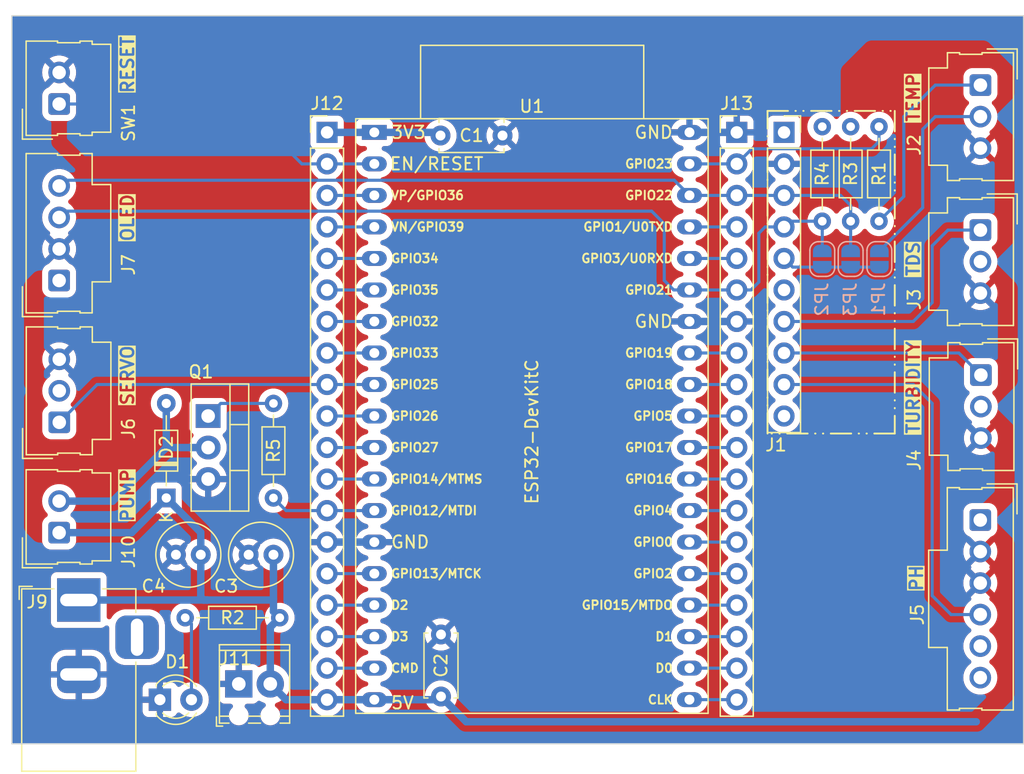
<source format=kicad_pcb>
(kicad_pcb (version 20221018) (generator pcbnew)
  (layers (0 "F.Cu" signal) (31 "B.Cu" signal) (34 "B.Paste" user) (35 "F.Paste" user) (36 "B.SilkS" user "B.Silkscreen") (37 "F.SilkS" user "F.Silkscreen") (38 "B.Mask" user) (39 "F.Mask" user) (44 "Edge.Cuts" user))
  (net 0 "")
  (net 1 "+3V3")
  (net 2 "GND")
  (net 3 "+5V")
  (net 4 "Net-(D1-A)")
  (net 5 "/PUMP_GND")
  (net 6 "/ADS1115_SCL")
  (net 7 "/ADS1115_SDA")
  (net 8 "/ADS1115_ADDR")
  (net 9 "/ADS1115_ALERT")
  (net 10 "/TDS_ANALOG")
  (net 11 "/TURBIDITY_ANALOG")
  (net 12 "/PH_ANALOG")
  (net 13 "/ADS1115_A3")
  (net 14 "/DS18B20_DIGITAL")
  (net 15 "/PH_DIGITAL")
  (net 16 "/PH_TEMP")
  (net 17 "Net-(Q1-G)")
  (net 18 "/PUMP_DIGITAL")
  (net 19 "/ESP_RESET")
  (net 20 "/ESP_GPIO36")
  (net 21 "/ESP_GPIO39")
  (net 22 "/ESP_GPIO01")
  (net 23 "/ESP_GPIO34")
  (net 24 "/ESP_GPIO03")
  (net 25 "/ESP_GPIO35")
  (net 26 "/ESP_GPIO32")
  (net 27 "/ESP_GPIO33")
  (net 28 "/ESP_GPIO25")
  (net 29 "/ESP_GPIO18")
  (net 30 "/ESP_GPIO26")
  (net 31 "/ESP_GPIO05")
  (net 32 "/ESP_GPIO27")
  (net 33 "/ESP_GPIO17")
  (net 34 "/ESP_GPIO14")
  (net 35 "/ESP_GPIO16")
  (net 36 "/ESP_GPIO04")
  (net 37 "/ESP_GPIO00")
  (net 38 "/ESP_GPIO13")
  (net 39 "/ESP_GPIO02")
  (net 40 "/ESP_GPIO09")
  (net 41 "/ESP_GPIO15")
  (net 42 "/ESP_GPIO10")
  (net 43 "/ESP_GPIO08")
  (net 44 "/ESP_CMD")
  (net 45 "/ESP_GPIO07")
  (net 46 "/ESP_GPIO06")
  (net 47 "/ESP_GPIO23")
  (net 49 "/ESP_GPIO19")
  (footprint "Resistor_THT:R_Axial_DIN0204_L3.6mm_D1.6mm_P7.62mm_Horizontal" (layer "F.Cu") (at 108.532 113.84 90)
    (fp_text reference "R4" (at 3.81 0 90) (layer "F.SilkS"))
    (fp_text value "4.7k")
    (pad "1" thru_hole circle (at 0 0 90) (size 1.4 1.4) (drill 0.7) (layers "*.Cu" "*.Mask") (net 7 "/ADS1115_SDA"))
    (pad "2" thru_hole oval (at 7.62 0 90) (size 1.4 1.4) (drill 0.7) (layers "*.Cu" "*.Mask") (net 3 "+5V"))
  )
  (footprint "Connector_Molex:Molex_SL_171971-0002_1x02_P2.54mm_Vertical" (layer "F.Cu") (at 47.03 138.938 90)
    (fp_text reference "J10" (at -1.524 5.588 90) (layer "F.SilkS"))
    (fp_text value "PUMP")
    (pad "1" thru_hole roundrect (at 0 0 90) (size 1.74 1.74) (drill 1.09) (layers "*.Cu" "*.Mask") (roundrect_rratio 0.143678) (net 3 "+5V"))
    (pad "2" thru_hole circle (at 2.54 0 90) (size 1.74 1.74) (drill 1.09) (layers "*.Cu" "*.Mask") (net 5 "/PUMP_GND"))
  )
  (footprint "Resistor_THT:R_Axial_DIN0204_L3.6mm_D1.6mm_P7.62mm_Horizontal" (layer "F.Cu") (at 64.302 128.524 -90)
    (fp_text reference "R5" (at 3.81 0 90) (layer "F.SilkS"))
    (fp_text value "1k")
    (pad "1" thru_hole circle (at 0 0 270) (size 1.4 1.4) (drill 0.7) (layers "*.Cu" "*.Mask") (net 17 "Net-(Q1-G)"))
    (pad "2" thru_hole oval (at 7.62 0 270) (size 1.4 1.4) (drill 0.7) (layers "*.Cu" "*.Mask") (net 18 "/PUMP_DIGITAL"))
  )
  (footprint "Connector_Molex:Molex_SL_171971-0004_1x04_P2.54mm_Vertical" (layer "F.Cu") (at 47.03 118.618 90)
    (fp_text reference "J7" (at 1.27 5.588 90) (layer "F.SilkS"))
    (fp_text value "OLED")
    (pad "1" thru_hole roundrect (at 0 0 90) (size 1.74 1.74) (drill 1.09) (layers "*.Cu" "*.Mask") (roundrect_rratio 0.143678) (net 3 "+5V"))
    (pad "2" thru_hole circle (at 2.54 0 90) (size 1.74 1.74) (drill 1.09) (layers "*.Cu" "*.Mask") (net 2 "GND"))
    (pad "3" thru_hole circle (at 5.08 0 90) (size 1.74 1.74) (drill 1.09) (layers "*.Cu" "*.Mask") (net 7 "/ADS1115_SDA"))
    (pad "4" thru_hole circle (at 7.62 0 90) (size 1.74 1.74) (drill 1.09) (layers "*.Cu" "*.Mask") (net 6 "/ADS1115_SCL"))
  )
  (footprint "Resistor_THT:R_Axial_DIN0204_L3.6mm_D1.6mm_P7.62mm_Horizontal" (layer "F.Cu") (at 57.19 145.796)
    (fp_text reference "R2" (at 3.81 0) (layer "F.SilkS"))
    (fp_text value "1.5k")
    (pad "1" thru_hole circle (at 0 0) (size 1.4 1.4) (drill 0.7) (layers "*.Cu" "*.Mask") (net 4 "Net-(D1-A)"))
    (pad "2" thru_hole oval (at 7.62 0) (size 1.4 1.4) (drill 0.7) (layers "*.Cu" "*.Mask") (net 3 "+5V"))
  )
  (footprint "Connector_Molex:Molex_SL_171971-0003_1x03_P2.54mm_Vertical" (layer "F.Cu") (at 121.316 126.238 -90)
    (fp_text reference "J4" (at 6.858 5.372 90) (layer "F.SilkS"))
    (fp_text value "TURBIDITY")
    (pad "1" thru_hole roundrect (at 0 0 270) (size 1.74 1.74) (drill 1.09) (layers "*.Cu" "*.Mask") (roundrect_rratio 0.143678) (net 11 "/TURBIDITY_ANALOG"))
    (pad "2" thru_hole circle (at 2.54 0 270) (size 1.74 1.74) (drill 1.09) (layers "*.Cu" "*.Mask") (net 3 "+5V"))
    (pad "3" thru_hole circle (at 5.08 0 270) (size 1.74 1.74) (drill 1.09) (layers "*.Cu" "*.Mask") (net 2 "GND"))
  )
  (footprint "Connector_PinHeader_2.54mm:PinHeader_1x19_P2.54mm_Vertical" (layer "F.Cu") (at 68.62 106.68)
    (fp_text reference "J12" (at 0 -2.33) (layer "F.SilkS"))
    (fp_text value "ESP_GPIO_LEFT")
    (pad "1" thru_hole rect (at 0 0) (size 1.7 1.7) (drill 1) (layers "*.Cu" "*.Mask") (net 1 "+3V3"))
    (pad "2" thru_hole oval (at 0 2.54) (size 1.7 1.7) (drill 1) (layers "*.Cu" "*.Mask") (net 19 "/ESP_RESET"))
    (pad "3" thru_hole oval (at 0 5.08) (size 1.7 1.7) (drill 1) (layers "*.Cu" "*.Mask") (net 20 "/ESP_GPIO36"))
    (pad "4" thru_hole oval (at 0 7.62) (size 1.7 1.7) (drill 1) (layers "*.Cu" "*.Mask") (net 21 "/ESP_GPIO39"))
    (pad "5" thru_hole oval (at 0 10.16) (size 1.7 1.7) (drill 1) (layers "*.Cu" "*.Mask") (net 23 "/ESP_GPIO34"))
    (pad "6" thru_hole oval (at 0 12.7) (size 1.7 1.7) (drill 1) (layers "*.Cu" "*.Mask") (net 25 "/ESP_GPIO35"))
    (pad "7" thru_hole oval (at 0 15.24) (size 1.7 1.7) (drill 1) (layers "*.Cu" "*.Mask") (net 26 "/ESP_GPIO32"))
    (pad "8" thru_hole oval (at 0 17.78) (size 1.7 1.7) (drill 1) (layers "*.Cu" "*.Mask") (net 27 "/ESP_GPIO33"))
    (pad "9" thru_hole oval (at 0 20.32) (size 1.7 1.7) (drill 1) (layers "*.Cu" "*.Mask") (net 28 "/ESP_GPIO25"))
    (pad "10" thru_hole oval (at 0 22.86) (size 1.7 1.7) (drill 1) (layers "*.Cu" "*.Mask") (net 30 "/ESP_GPIO26"))
    (pad "11" thru_hole oval (at 0 25.4) (size 1.7 1.7) (drill 1) (layers "*.Cu" "*.Mask") (net 32 "/ESP_GPIO27"))
    (pad "12" thru_hole oval (at 0 27.94) (size 1.7 1.7) (drill 1) (layers "*.Cu" "*.Mask") (net 34 "/ESP_GPIO14"))
    (pad "13" thru_hole oval (at 0 30.48) (size 1.7 1.7) (drill 1) (layers "*.Cu" "*.Mask") (net 18 "/PUMP_DIGITAL"))
    (pad "14" thru_hole oval (at 0 33.02) (size 1.7 1.7) (drill 1) (layers "*.Cu" "*.Mask") (net 2 "GND"))
    (pad "15" thru_hole oval (at 0 35.56) (size 1.7 1.7) (drill 1) (layers "*.Cu" "*.Mask") (net 38 "/ESP_GPIO13"))
    (pad "16" thru_hole oval (at 0 38.1) (size 1.7 1.7) (drill 1) (layers "*.Cu" "*.Mask") (net 40 "/ESP_GPIO09"))
    (pad "17" thru_hole oval (at 0 40.64) (size 1.7 1.7) (drill 1) (layers "*.Cu" "*.Mask") (net 42 "/ESP_GPIO10"))
    (pad "18" thru_hole oval (at 0 43.18) (size 1.7 1.7) (drill 1) (layers "*.Cu" "*.Mask") (net 44 "/ESP_CMD"))
    (pad "19" thru_hole oval (at 0 45.72) (size 1.7 1.7) (drill 1) (layers "*.Cu" "*.Mask") (net 3 "+5V"))
  )
  (footprint "Resistor_THT:R_Axial_DIN0204_L3.6mm_D1.6mm_P7.62mm_Horizontal" (layer "F.Cu") (at 113.104 106.22 -90)
    (fp_text reference "R1" (at 3.81 0 90) (layer "F.SilkS"))
    (fp_text value "4.7k")
    (pad "1" thru_hole circle (at 0 0 270) (size 1.4 1.4) (drill 0.7) (layers "*.Cu" "*.Mask") (net 47 "/ESP_GPIO23"))
    (pad "2" thru_hole oval (at 7.62 0 270) (size 1.4 1.4) (drill 0.7) (layers "*.Cu" "*.Mask") (net 14 "/DS18B20_DIGITAL"))
  )
  (footprint "Package_TO_SOT_THT:TO-220-3_Vertical" (layer "F.Cu") (at 59.039 129.54 -90)
    (fp_text reference "Q1" (at -3.556 0.579 -180) (layer "F.SilkS"))
    (fp_text value "IRF520")
    (pad "1" thru_hole rect (at 0 0 270) (size 1.905 2) (drill 1.1) (layers "*.Cu" "*.Mask") (net 17 "Net-(Q1-G)"))
    (pad "2" thru_hole oval (at 2.54 0 270) (size 1.905 2) (drill 1.1) (layers "*.Cu" "*.Mask") (net 5 "/PUMP_GND"))
    (pad "3" thru_hole oval (at 5.08 0 270) (size 1.905 2) (drill 1.1) (layers "*.Cu" "*.Mask") (net 2 "GND"))
  )
  (footprint "Connector_Molex:Molex_SL_171971-0006_1x06_P2.54mm_Vertical" (layer "F.Cu") (at 121.266 137.922 -90)
    (fp_text reference "J5" (at 7.62 5.068 90) (layer "F.SilkS"))
    (fp_text value "pH")
    (pad "1" thru_hole roundrect (at 0 0 270) (size 1.74 1.74) (drill 1.09) (layers "*.Cu" "*.Mask") (roundrect_rratio 0.143678) (net 3 "+5V"))
    (pad "2" thru_hole circle (at 2.54 0 270) (size 1.74 1.74) (drill 1.09) (layers "*.Cu" "*.Mask") (net 2 "GND"))
    (pad "3" thru_hole circle (at 5.08 0 270) (size 1.74 1.74) (drill 1.09) (layers "*.Cu" "*.Mask") (net 2 "GND"))
    (pad "4" thru_hole circle (at 7.62 0 270) (size 1.74 1.74) (drill 1.09) (layers "*.Cu" "*.Mask") (net 12 "/PH_ANALOG"))
    (pad "5" thru_hole circle (at 10.16 0 270) (size 1.74 1.74) (drill 1.09) (layers "*.Cu" "*.Mask") (net 15 "/PH_DIGITAL"))
    (pad "6" thru_hole circle (at 12.7 0 270) (size 1.74 1.74) (drill 1.09) (layers "*.Cu" "*.Mask") (net 16 "/PH_TEMP"))
  )
  (footprint "Diode_THT:D_DO-34_SOD68_P7.62mm_Horizontal" (layer "F.Cu") (at 55.666 136.144 90)
    (fp_text reference "D2" (at 4.069 0 90) (layer "F.SilkS"))
    (fp_text value "IN4004")
    (fp_text user "K" (at -1.519 0 90) (layer "F.SilkS"))
    (pad "1" thru_hole rect (at 0 0 90) (size 1.5 1.5) (drill 0.75) (layers "*.Cu" "*.Mask") (net 3 "+5V"))
    (pad "2" thru_hole oval (at 7.62 0 90) (size 1.5 1.5) (drill 0.75) (layers "*.Cu" "*.Mask") (net 5 "/PUMP_GND"))
  )
  (footprint "LED_THT:LED_D3.0mm" (layer "F.Cu") (at 55.153 152.4)
    (fp_text reference "D1" (at 1.397 -3.048) (layer "F.SilkS"))
    (fp_text value "Red")
    (pad "1" thru_hole rect (at 0 0) (size 1.8 1.8) (drill 0.9) (layers "*.Cu" "*.Mask") (net 2 "GND"))
    (pad "2" thru_hole circle (at 2.54 0) (size 1.8 1.8) (drill 0.9) (layers "*.Cu" "*.Mask") (net 4 "Net-(D1-A)"))
  )
  (footprint "Connector_PinHeader_2.54mm:PinHeader_1x19_P2.54mm_Vertical" (layer "F.Cu") (at 101.64 106.68)
    (fp_text reference "J13" (at 0 -2.33) (layer "F.SilkS"))
    (fp_text value "ESP_GPIO_RIGHT")
    (pad "1" thru_hole rect (at 0 0) (size 1.7 1.7) (drill 1) (layers "*.Cu" "*.Mask") (net 2 "GND"))
    (pad "2" thru_hole oval (at 0 2.54) (size 1.7 1.7) (drill 1) (layers "*.Cu" "*.Mask") (net 47 "/ESP_GPIO23"))
    (pad "3" thru_hole oval (at 0 5.08) (size 1.7 1.7) (drill 1) (layers "*.Cu" "*.Mask") (net 6 "/ADS1115_SCL"))
    (pad "4" thru_hole oval (at 0 7.62) (size 1.7 1.7) (drill 1) (layers "*.Cu" "*.Mask") (net 22 "/ESP_GPIO01"))
    (pad "5" thru_hole oval (at 0 10.16) (size 1.7 1.7) (drill 1) (layers "*.Cu" "*.Mask") (net 24 "/ESP_GPIO03"))
    (pad "6" thru_hole oval (at 0 12.7) (size 1.7 1.7) (drill 1) (layers "*.Cu" "*.Mask") (net 7 "/ADS1115_SDA"))
    (pad "7" thru_hole oval (at 0 15.24) (size 1.7 1.7) (drill 1) (layers "*.Cu" "*.Mask") (net 2 "GND"))
    (pad "8" thru_hole oval (at 0 17.78) (size 1.7 1.7) (drill 1) (layers "*.Cu" "*.Mask") (net 49 "/ESP_GPIO19"))
    (pad "9" thru_hole oval (at 0 20.32) (size 1.7 1.7) (drill 1) (layers "*.Cu" "*.Mask") (net 29 "/ESP_GPIO18"))
    (pad "10" thru_hole oval (at 0 22.86) (size 1.7 1.7) (drill 1) (layers "*.Cu" "*.Mask") (net 31 "/ESP_GPIO05"))
    (pad "11" thru_hole oval (at 0 25.4) (size 1.7 1.7) (drill 1) (layers "*.Cu" "*.Mask") (net 33 "/ESP_GPIO17"))
    (pad "12" thru_hole oval (at 0 27.94) (size 1.7 1.7) (drill 1) (layers "*.Cu" "*.Mask") (net 35 "/ESP_GPIO16"))
    (pad "13" thru_hole oval (at 0 30.48) (size 1.7 1.7) (drill 1) (layers "*.Cu" "*.Mask") (net 36 "/ESP_GPIO04"))
    (pad "14" thru_hole oval (at 0 33.02) (size 1.7 1.7) (drill 1) (layers "*.Cu" "*.Mask") (net 37 "/ESP_GPIO00"))
    (pad "15" thru_hole oval (at 0 35.56) (size 1.7 1.7) (drill 1) (layers "*.Cu" "*.Mask") (net 39 "/ESP_GPIO02"))
    (pad "16" thru_hole oval (at 0 38.1) (size 1.7 1.7) (drill 1) (layers "*.Cu" "*.Mask") (net 41 "/ESP_GPIO15"))
    (pad "17" thru_hole oval (at 0 40.64) (size 1.7 1.7) (drill 1) (layers "*.Cu" "*.Mask") (net 43 "/ESP_GPIO08"))
    (pad "18" thru_hole oval (at 0 43.18) (size 1.7 1.7) (drill 1) (layers "*.Cu" "*.Mask") (net 45 "/ESP_GPIO07"))
    (pad "19" thru_hole oval (at 0 45.72) (size 1.7 1.7) (drill 1) (layers "*.Cu" "*.Mask") (net 46 "/ESP_GPIO06"))
  )
  (footprint "Resistor_THT:R_Axial_DIN0204_L3.6mm_D1.6mm_P7.62mm_Horizontal" (layer "F.Cu") (at 110.818 113.84 90)
    (fp_text reference "R3" (at 3.81 0 90) (layer "F.SilkS"))
    (fp_text value "4.7k")
    (pad "1" thru_hole circle (at 0 0 90) (size 1.4 1.4) (drill 0.7) (layers "*.Cu" "*.Mask") (net 6 "/ADS1115_SCL"))
    (pad "2" thru_hole oval (at 7.62 0 90) (size 1.4 1.4) (drill 0.7) (layers "*.Cu" "*.Mask") (net 3 "+5V"))
  )
  (footprint "Connector_PinSocket_2.54mm:PinSocket_1x10_P2.54mm_Vertical" (layer "F.Cu") (at 105.45 106.68)
    (fp_text reference "J1" (at -0.648 25.194) (layer "F.SilkS"))
    (fp_text value "ADS1115")
    (pad "1" thru_hole rect (at 0 0) (size 1.7 1.7) (drill 1) (layers "*.Cu" "*.Mask") (net 3 "+5V"))
    (pad "2" thru_hole oval (at 0 2.54) (size 1.7 1.7) (drill 1) (layers "*.Cu" "*.Mask") (net 2 "GND"))
    (pad "3" thru_hole oval (at 0 5.08) (size 1.7 1.7) (drill 1) (layers "*.Cu" "*.Mask") (net 6 "/ADS1115_SCL"))
    (pad "4" thru_hole oval (at 0 7.62) (size 1.7 1.7) (drill 1) (layers "*.Cu" "*.Mask") (net 7 "/ADS1115_SDA"))
    (pad "5" thru_hole oval (at 0 10.16) (size 1.7 1.7) (drill 1) (layers "*.Cu" "*.Mask") (net 8 "/ADS1115_ADDR"))
    (pad "6" thru_hole oval (at 0 12.7) (size 1.7 1.7) (drill 1) (layers "*.Cu" "*.Mask") (net 9 "/ADS1115_ALERT"))
    (pad "7" thru_hole oval (at 0 15.24) (size 1.7 1.7) (drill 1) (layers "*.Cu" "*.Mask") (net 10 "/TDS_ANALOG"))
    (pad "8" thru_hole oval (at 0 17.78) (size 1.7 1.7) (drill 1) (layers "*.Cu" "*.Mask") (net 11 "/TURBIDITY_ANALOG"))
    (pad "9" thru_hole oval (at 0 20.32) (size 1.7 1.7) (drill 1) (layers "*.Cu" "*.Mask") (net 12 "/PH_ANALOG"))
    (pad "10" thru_hole oval (at 0 22.86) (size 1.7 1.7) (drill 1) (layers "*.Cu" "*.Mask") (net 13 "/ADS1115_A3"))
  )
  (footprint "Capacitor_THT:C_Radial_D5.0mm_H11.0mm_P2.00mm" (layer "F.Cu") (at 64.302 140.716 180)
    (fp_text reference "C3" (at 3.81 -2.54) (layer "F.SilkS"))
    (fp_text value "47u")
    (pad "1" thru_hole circle (at 0 0 180) (size 1.6 1.6) (drill 0.8) (layers "*.Cu" "*.Mask") (net 3 "+5V"))
    (pad "2" thru_hole circle (at 2 0 180) (size 1.6 1.6) (drill 0.8) (layers "*.Cu" "*.Mask") (net 2 "GND"))
  )
  (footprint "Connector_BarrelJack:BarrelJack_Horizontal" (layer "F.Cu") (at 48.6125 144.368 90)
    (fp_text reference "J9" (at -0.158 -3.3605 180) (layer "F.SilkS"))
    (fp_text value "Barrel_Jack_Switch")
    (pad "1" thru_hole rect (at 0 0 90) (size 3.5 3.5) (drill oval 1 3) (layers "*.Cu" "*.Mask") (net 3 "+5V"))
    (pad "2" thru_hole roundrect (at -6 0 90) (size 3 3.5) (drill oval 1 3) (layers "*.Cu" "*.Mask") (net 2 "GND"))
    (pad "3" thru_hole roundrect (at -3 4.7 90) (size 3.5 3.5) (drill oval 3 1) (layers "*.Cu" "*.Mask"))
  )
  (footprint "Capacitor_THT:C_Radial_D5.0mm_H11.0mm_P2.00mm" (layer "F.Cu") (at 58.444 140.716 180)
    (fp_text reference "C4" (at 3.794 -2.54) (layer "F.SilkS"))
    (fp_text value "47u")
    (pad "1" thru_hole circle (at 0 0 180) (size 1.6 1.6) (drill 0.8) (layers "*.Cu" "*.Mask") (net 3 "+5V"))
    (pad "2" thru_hole circle (at 2 0 180) (size 1.6 1.6) (drill 0.8) (layers "*.Cu" "*.Mask") (net 2 "GND"))
  )
  (footprint "Connector_Molex:Molex_SL_171971-0002_1x02_P2.54mm_Vertical" (layer "F.Cu") (at 47.03 104.394 90)
    (fp_text reference "SW1" (at -1.524 5.588 90) (layer "F.SilkS"))
    (fp_text value "ESP_EN_JP")
    (pad "1" thru_hole circle (at 2.54 0 90) (size 1.74 1.74) (drill 1.09) (layers "*.Cu" "*.Mask") (net 2 "GND"))
    (pad "2" thru_hole roundrect (at 0 0 90) (size 1.74 1.74) (drill 1.09) (layers "*.Cu" "*.Mask") (roundrect_rratio 0.143678) (net 19 "/ESP_RESET"))
  )
  (footprint "PCM_Espressif:ESP32-DevKitC" (layer "F.Cu") (at 72.43 106.68)
    (fp_text reference "U1" (at 12.7 -2.1) (layer "F.SilkS"))
    (fp_text value "ESP32-DevKitC" (at 12.7 24.13 90) (layer "F.SilkS"))
    (fp_text user "EN/RESET" (at 8.88632 2.53728 unlocked) (layer "F.SilkS") (effects (justify right)))
    (fp_text user "VN/GPIO39" (at 1.27 7.62 unlocked) (layer "F.SilkS") (effects (font (size 0.7 0.7)) (justify left)))
    (fp_text user "VP/GPIO36" (at 1.27 5.08 unlocked) (layer "F.SilkS") (effects (font (size 0.7 0.7)) (justify left)))
    (fp_text user "GPIO35" (at 1.27 12.7 unlocked) (layer "F.SilkS") (effects (font (size 0.7 0.7)) (justify left)))
    (fp_text user "3V3" (at 1.27 0 unlocked) (layer "F.SilkS") (effects (justify left)))
    (fp_text user "GPIO17" (at 24.13 25.4 unlocked) (layer "F.SilkS") (effects (font (size 0.7 0.7)) (justify right)))
    (fp_text user "GPIO13/MTCK" (at 1.27 35.56 unlocked) (layer "F.SilkS") (effects (font (size 0.7 0.7)) (justify left)))
    (fp_text user "GPIO27" (at 1.27 25.4 unlocked) (layer "F.SilkS") (effects (font (size 0.7 0.7)) (justify left)))
    (fp_text user "GPIO26" (at 1.27 22.86 unlocked) (layer "F.SilkS") (effects (font (size 0.7 0.7)) (justify left)))
    (fp_text user "GND" (at 24.13 15.24 unlocked) (layer "F.SilkS") (effects (justify right)))
    (fp_text user "5V" (at 1.26632 45.97128 unlocked) (layer "F.SilkS") (effects (justify left)))
    (fp_text user "GPIO5" (at 24.13 22.86 unlocked) (layer "F.SilkS") (effects (font (size 0.7 0.7)) (justify right)))
    (fp_text user "GPIO14/MTMS" (at 1.27 27.94 unlocked) (layer "F.SilkS") (effects (font (size 0.7 0.7)) (justify left)))
    (fp_text user "GPIO25" (at 1.27 20.32 unlocked) (layer "F.SilkS") (effects (font (size 0.7 0.7)) (justify left)))
    (fp_text user "CMD" (at 1.27 43.18 unlocked) (layer "F.SilkS") (effects (font (size 0.7 0.7)) (justify left)))
    (fp_text user "GPIO19" (at 24.13 17.78 unlocked) (layer "F.SilkS") (effects (font (size 0.7 0.7)) (justify right)))
    (fp_text user "D2" (at 1.27 38.1 unlocked) (layer "F.SilkS") (effects (font (size 0.7 0.7)) (justify left)))
    (fp_text user "GPIO1/U0TXD" (at 24.13 7.62 unlocked) (layer "F.SilkS") (effects (font (size 0.7 0.7)) (justify right)))
    (fp_text user "GPIO4" (at 24.13 30.48 unlocked) (layer "F.SilkS") (effects (font (size 0.7 0.7)) (justify right)))
    (fp_text user "D3" (at 1.27 40.64 unlocked) (layer "F.SilkS") (effects (font (size 0.7 0.7)) (justify left)))
    (fp_text user "GPIO34" (at 1.27 10.16 unlocked) (layer "F.SilkS") (effects (font (size 0.7 0.7)) (justify left)))
    (fp_text user "D0" (at 24.13 43.18 unlocked) (layer "F.SilkS") (effects (font (size 0.7 0.7)) (justify right)))
    (fp_text user "GPIO0" (at 24.13 33.02 unlocked) (layer "F.SilkS") (effects (font (size 0.7 0.7)) (justify right)))
    (fp_text user "GND" (at 24.13 0 unlocked) (layer "F.SilkS") (effects (justify right)))
    (fp_text user "GPIO21" (at 24.13 12.7 unlocked) (layer "F.SilkS") (effects (font (size 0.7 0.7)) (justify right)))
    (fp_text user "GPIO33" (at 1.27 17.78 unlocked) (layer "F.SilkS") (effects (font (size 0.7 0.7)) (justify left)))
    (fp_text user "CLK" (at 24.13 45.72 unlocked) (layer "F.SilkS") (effects (font (size 0.7 0.7)) (justify right)))
    (fp_text user "GPIO3/U0RXD" (at 24.13 10.16 unlocked) (layer "F.SilkS") (effects (font (size 0.7 0.7)) (justify right)))
    (fp_text user "GPIO12/MTDI" (at 1.27 30.48 unlocked) (layer "F.SilkS") (effects (font (size 0.7 0.7)) (justify left)))
    (fp_text user "GPIO32" (at 1.27 15.24 unlocked) (layer "F.SilkS") (effects (font (size 0.7 0.7)) (justify left)))
    (fp_text user "D1" (at 24.13 40.64 unlocked) (layer "F.SilkS") (effects (font (size 0.7 0.7)) (justify right)))
    (fp_text user "GPIO23" (at 24.13 2.54 unlocked) (layer "F.SilkS") (effects (font (size 0.7 0.7)) (justify right)))
    (fp_text user "GPIO15/MTDO" (at 24.13 38.1 unlocked) (layer "F.SilkS") (effects (font (size 0.7 0.7)) (justify right)))
    (fp_text user "GPIO2" (at 24.13 35.56 unlocked) (layer "F.SilkS") (effects (font (size 0.7 0.7)) (justify right)))
    (fp_text user "GPIO18" (at 24.13 20.32 unlocked) (layer "F.SilkS") (effects (font (size 0.7 0.7)) (justify right)))
    (fp_text user "GPIO22" (at 24.13 5.08 unlocked) (layer "F.SilkS") (effects (font (size 0.7 0.7)) (justify right)))
    (fp_text user "GPIO16" (at 24.13 27.94 unlocked) (layer "F.SilkS") (effects (font (size 0.7 0.7)) (justify right)))
    (fp_text user "GND" (at 1.27 33.02 unlocked) (layer "F.SilkS") (effects (justify left)))
    (pad "1" thru_hole rect (at 0 0 270) (size 1.2 2) (drill 0.8) (layers "*.Cu" "*.Mask") (net 1 "+3V3"))
    (pad "2" thru_hole oval (at 0 2.54 270) (size 1.2 2) (drill 0.8) (layers "*.Cu" "*.Mask") (net 19 "/ESP_RESET"))
    (pad "3" thru_hole oval (at 0 5.08 270) (size 1.2 2) (drill 0.8) (layers "*.Cu" "*.Mask") (net 20 "/ESP_GPIO36"))
    (pad "4" thru_hole oval (at 0 7.62 270) (size 1.2 2) (drill 0.8) (layers "*.Cu" "*.Mask") (net 21 "/ESP_GPIO39"))
    (pad "5" thru_hole oval (at 0 10.16 270) (size 1.2 2) (drill 0.8) (layers "*.Cu" "*.Mask") (net 23 "/ESP_GPIO34"))
    (pad "6" thru_hole oval (at 0 12.7 270) (size 1.2 2) (drill 0.8) (layers "*.Cu" "*.Mask") (net 25 "/ESP_GPIO35"))
    (pad "7" thru_hole oval (at 0 15.24 270) (size 1.2 2) (drill 0.8) (layers "*.Cu" "*.Mask") (net 26 "/ESP_GPIO32"))
    (pad "8" thru_hole oval (at 0 17.78 270) (size 1.2 2) (drill 0.8) (layers "*.Cu" "*.Mask") (net 27 "/ESP_GPIO33"))
    (pad "9" thru_hole oval (at 0 20.32 270) (size 1.2 2) (drill 0.8) (layers "*.Cu" "*.Mask") (net 28 "/ESP_GPIO25"))
    (pad "10" thru_hole oval (at 0 22.86 270) (size 1.2 2) (drill 0.8) (layers "*.Cu" "*.Mask") (net 30 "/ESP_GPIO26"))
    (pad "11" thru_hole oval (at 0 25.4 270) (size 1.2 2) (drill 0.8) (layers "*.Cu" "*.Mask") (net 32 "/ESP_GPIO27"))
    (pad "12" thru_hole oval (at 0 27.94 270) (size 1.2 2) (drill 0.8) (layers "*.Cu" "*.Mask") (net 34 "/ESP_GPIO14"))
    (pad "13" thru_hole oval (at 0 30.48 270) (size 1.2 2) (drill 0.8) (layers "*.Cu" "*.Mask") (net 18 "/PUMP_DIGITAL"))
    (pad "14" thru_hole oval (at 0 33.02 270) (size 1.2 2) (drill 0.8) (layers "*.Cu" "*.Mask") (net 2 "GND"))
    (pad "15" thru_hole oval (at 0 35.56 270) (size 1.2 2) (drill 0.8) (layers "*.Cu" "*.Mask") (net 38 "/ESP_GPIO13"))
    (pad "16" thru_hole oval (at 0 38.1 270) (size 1.2 2) (drill 0.8) (layers "*.Cu" "*.Mask") (net 40 "/ESP_GPIO09"))
    (pad "17" thru_hole oval (at 0 40.64 270) (size 1.2 2) (drill 0.8) (layers "*.Cu" "*.Mask") (net 42 "/ESP_GPIO10"))
    (pad "18" thru_hole oval (at 0 43.18 270) (size 1.2 2) (drill 0.8) (layers "*.Cu" "*.Mask") (net 44 "/ESP_CMD"))
    (pad "19" thru_hole oval (at 0 45.72 270) (size 1.2 2) (drill 0.8) (layers "*.Cu" "*.Mask") (net 3 "+5V"))
    (pad "20" thru_hole oval (at 25.39632 45.71728 270) (size 1.2 2) (drill 0.8) (layers "*.Cu" "*.Mask") (net 46 "/ESP_GPIO06"))
    (pad "21" thru_hole oval (at 25.39632 43.17728 270) (size 1.2 2) (drill 0.8) (layers "*.Cu" "*.Mask") (net 45 "/ESP_GPIO07"))
    (pad "22" thru_hole oval (at 25.4 40.64 270) (size 1.2 2) (drill 0.8) (layers "*.Cu" "*.Mask") (net 43 "/ESP_GPIO08"))
    (pad "23" thru_hole oval (at 25.4 38.1 270) (size 1.2 2) (drill 0.8) (layers "*.Cu" "*.Mask") (net 41 "/ESP_GPIO15"))
    (pad "24" thru_hole oval (at 25.4 35.56 270) (size 1.2 2) (drill 0.8) (layers "*.Cu" "*.Mask") (net 39 "/ESP_GPIO02"))
    (pad "25" thru_hole oval (at 25.4 33.02 270) (size 1.2 2) (drill 0.8) (layers "*.Cu" "*.Mask") (net 37 "/ESP_GPIO00"))
    (pad "26" thru_hole oval (at 25.4 30.48 270) (size 1.2 2) (drill 0.8) (layers "*.Cu" "*.Mask") (net 36 "/ESP_GPIO04"))
    (pad "27" thru_hole oval (at 25.4 27.94 270) (size 1.2 2) (drill 0.8) (layers "*.Cu" "*.Mask") (net 35 "/ESP_GPIO16"))
    (pad "28" thru_hole oval (at 25.4 25.4 270) (size 1.2 2) (drill 0.8) (layers "*.Cu" "*.Mask") (net 33 "/ESP_GPIO17"))
    (pad "29" thru_hole oval (at 25.4 22.86 270) (size 1.2 2) (drill 0.8) (layers "*.Cu" "*.Mask") (net 31 "/ESP_GPIO05"))
    (pad "30" thru_hole oval (at 25.4 20.32 270) (size 1.2 2) (drill 0.8) (layers "*.Cu" "*.Mask") (net 29 "/ESP_GPIO18"))
    (pad "31" thru_hole oval (at 25.4 17.78 270) (size 1.2 2) (drill 0.8) (layers "*.Cu" "*.Mask") (net 49 "/ESP_GPIO19"))
    (pad "32" thru_hole oval (at 25.4 15.24 270) (size 1.2 2) (drill 0.8) (layers "*.Cu" "*.Mask") (net 2 "GND"))
    (pad "33" thru_hole oval (at 25.4 12.7 270) (size 1.2 2) (drill 0.8) (layers "*.Cu" "*.Mask") (net 7 "/ADS1115_SDA"))
    (pad "34" thru_hole oval (at 25.4 10.16 270) (size 1.2 2) (drill 0.8) (layers "*.Cu" "*.Mask") (net 24 "/ESP_GPIO03"))
    (pad "35" thru_hole oval (at 25.4 7.62 270) (size 1.2 2) (drill 0.8) (layers "*.Cu" "*.Mask") (net 22 "/ESP_GPIO01"))
    (pad "36" thru_hole oval (at 25.4 5.08 270) (size 1.2 2) (drill 0.8) (layers "*.Cu" "*.Mask") (net 6 "/ADS1115_SCL"))
    (pad "37" thru_hole oval (at 25.4 2.54 270) (size 1.2 2) (drill 0.8) (layers "*.Cu" "*.Mask") (net 47 "/ESP_GPIO23"))
    (pad "38" thru_hole oval (at 25.4 0 270) (size 1.2 2) (drill 0.8) (layers "*.Cu" "*.Mask") (net 2 "GND"))
  )
  (footprint "TerminalBlock_Phoenix:TerminalBlock_Phoenix_MPT-0,5-2-2.54_1x02_P2.54mm_Horizontal" (layer "F.Cu") (at 61.508 151.13)
    (fp_text reference "J11" (at -0.254 -2.032) (layer "F.SilkS"))
    (fp_text value "DC_IN_TERMINAL")
    (pad "" np_thru_hole circle (at 0 2.54) (size 1.1 1.1) (drill 1.1) (layers "*.Cu" "*.Mask"))
    (pad "" np_thru_hole circle (at 2.54 2.54) (size 1.1 1.1) (drill 1.1) (layers "*.Cu" "*.Mask"))
    (pad "1" thru_hole circle (at 2.54 0) (size 2.2 2.2) (drill 1.1) (layers "*.Cu" "*.Mask") (net 3 "+5V"))
    (pad "2" thru_hole rect (at 0 0) (size 2.2 2.2) (drill 1.1) (layers "*.Cu" "*.Mask") (net 2 "GND"))
  )
  (footprint "Connector_Molex:Molex_SL_171971-0003_1x03_P2.54mm_Vertical" (layer "F.Cu") (at 47.042 130.048 90)
    (fp_text reference "J6" (at -0.508 5.576 90) (layer "F.SilkS"))
    (fp_text value "SERVO")
    (pad "1" thru_hole roundrect (at 0 0 90) (size 1.74 1.74) (drill 1.09) (layers "*.Cu" "*.Mask") (roundrect_rratio 0.143678) (net 28 "/ESP_GPIO25"))
    (pad "2" thru_hole circle (at 2.54 0 90) (size 1.74 1.74) (drill 1.09) (layers "*.Cu" "*.Mask") (net 3 "+5V"))
    (pad "3" thru_hole circle (at 5.08 0 90) (size 1.74 1.74) (drill 1.09) (layers "*.Cu" "*.Mask") (net 2 "GND"))
  )
  (footprint "Connector_Molex:Molex_SL_171971-0003_1x03_P2.54mm_Vertical" (layer "F.Cu") (at 121.278 114.554 -90)
    (fp_text reference "J3" (at 5.588 5.334 90) (layer "F.SilkS"))
    (fp_text value "TDS")
    (pad "1" thru_hole roundrect (at 0 0 270) (size 1.74 1.74) (drill 1.09) (layers "*.Cu" "*.Mask") (roundrect_rratio 0.143678) (net 10 "/TDS_ANALOG"))
    (pad "2" thru_hole circle (at 2.54 0 270) (size 1.74 1.74) (drill 1.09) (layers "*.Cu" "*.Mask") (net 3 "+5V"))
    (pad "3" thru_hole circle (at 5.08 0 270) (size 1.74 1.74) (drill 1.09) (layers "*.Cu" "*.Mask") (net 2 "GND"))
  )
  (footprint "Capacitor_THT:C_Disc_D5.0mm_W2.5mm_P5.00mm" (layer "F.Cu") (at 77.764 106.934)
    (fp_text reference "C1" (at 2.5 0) (layer "F.SilkS"))
    (fp_text value "100n")
    (pad "1" thru_hole circle (at 0 0) (size 1.6 1.6) (drill 0.8) (layers "*.Cu" "*.Mask") (net 1 "+3V3"))
    (pad "2" thru_hole circle (at 5 0) (size 1.6 1.6) (drill 0.8) (layers "*.Cu" "*.Mask") (net 2 "GND"))
  )
  (footprint "Capacitor_THT:C_Disc_D5.0mm_W2.5mm_P5.00mm" (layer "F.Cu") (at 77.804 152.146 90)
    (fp_text reference "C2" (at 2.5 0 90) (layer "F.SilkS"))
    (fp_text value "100n")
    (pad "1" thru_hole circle (at 0 0 90) (size 1.6 1.6) (drill 0.8) (layers "*.Cu" "*.Mask") (net 3 "+5V"))
    (pad "2" thru_hole circle (at 5 0 90) (size 1.6 1.6) (drill 0.8) (layers "*.Cu" "*.Mask") (net 2 "GND"))
  )
  (footprint "Connector_Molex:Molex_SL_171971-0003_1x03_P2.54mm_Vertical" (layer "F.Cu") (at 121.278 102.87 -90)
    (fp_text reference "J2" (at 4.826 5.334 90) (layer "F.SilkS"))
    (fp_text value "DS18B20")
    (pad "1" thru_hole roundrect (at 0 0 270) (size 1.74 1.74) (drill 1.09) (layers "*.Cu" "*.Mask") (roundrect_rratio 0.143678) (net 14 "/DS18B20_DIGITAL"))
    (pad "2" thru_hole circle (at 2.54 0 270) (size 1.74 1.74) (drill 1.09) (layers "*.Cu" "*.Mask") (net 3 "+5V"))
    (pad "3" thru_hole circle (at 5.08 0 270) (size 1.74 1.74) (drill 1.09) (layers "*.Cu" "*.Mask") (net 2 "GND"))
  )
  (footprint "Jumper:SolderJumper-2_P1.3mm_Open_RoundedPad1.0x1.5mm" (layer "B.Cu") (at 108.532 116.888 90)
    (fp_text reference "JP2" (at -3.254 -0.034 90) (layer "B.SilkS") (effects (justify mirror)))
    (fp_text value "ADS1115_ADDR_SDA")
    (pad "1" smd custom (at -0.65 0 90) (size 1 0.5) (layers "B.Cu" "B.Mask") (net 8 "/ADS1115_ADDR") (options (clearance outline) (anchor rect)) (primitives (gr_circle (center 0 -0.25) (end 0.5 -0.25) (width 0) (fill yes)) (gr_circle (center 0 0.25) (end 0.5 0.25) (width 0) (fill yes)) (gr_poly (pts (xy 0.5 -0.75) (xy 0 -0.75) (xy 0 0.75) (xy 0.5 0.75)) (width 0) (fill yes))))
    (pad "2" smd custom (at 0.65 0 90) (size 1 0.5) (layers "B.Cu" "B.Mask") (net 7 "/ADS1115_SDA") (options (clearance outline) (anchor rect)) (primitives (gr_circle (center 0 -0.25) (end 0.5 -0.25) (width 0) (fill yes)) (gr_circle (center 0 0.25) (end 0.5 0.25) (width 0) (fill yes)) (gr_poly (pts (xy 0 -0.75) (xy -0.5 -0.75) (xy -0.5 0.75) (xy 0 0.75)) (width 0) (fill yes))))
  )
  (footprint "Jumper:SolderJumper-2_P1.3mm_Open_RoundedPad1.0x1.5mm" (layer "B.Cu") (at 113.134 116.888 90)
    (fp_text reference "JP1" (at -3.254 -0.064 90) (layer "B.SilkS") (effects (justify mirror)))
    (fp_text value "ADS1115_ADDR_5V")
    (pad "1" smd custom (at -0.65 0 90) (size 1 0.5) (layers "B.Cu" "B.Mask") (net 8 "/ADS1115_ADDR") (options (clearance outline) (anchor rect)) (primitives (gr_circle (center 0 -0.25) (end 0.5 -0.25) (width 0) (fill yes)) (gr_circle (center 0 0.25) (end 0.5 0.25) (width 0) (fill yes)) (gr_poly (pts (xy 0.5 -0.75) (xy 0 -0.75) (xy 0 0.75) (xy 0.5 0.75)) (width 0) (fill yes))))
    (pad "2" smd custom (at 0.65 0 90) (size 1 0.5) (layers "B.Cu" "B.Mask") (net 3 "+5V") (options (clearance outline) (anchor rect)) (primitives (gr_circle (center 0 -0.25) (end 0.5 -0.25) (width 0) (fill yes)) (gr_circle (center 0 0.25) (end 0.5 0.25) (width 0) (fill yes)) (gr_poly (pts (xy 0 -0.75) (xy -0.5 -0.75) (xy -0.5 0.75) (xy 0 0.75)) (width 0) (fill yes))))
  )
  (footprint "Jumper:SolderJumper-2_P1.3mm_Open_RoundedPad1.0x1.5mm" (layer "B.Cu") (at 110.818 116.888 90)
    (fp_text reference "JP3" (at -3.254 -0.034 90) (layer "B.SilkS") (effects (justify mirror)))
    (fp_text value "ADS1115_ADDR_SCL")
    (pad "1" smd custom (at -0.65 0 90) (size 1 0.5) (layers "B.Cu" "B.Mask") (net 8 "/ADS1115_ADDR") (options (clearance outline) (anchor rect)) (primitives (gr_circle (center 0 -0.25) (end 0.5 -0.25) (width 0) (fill yes)) (gr_circle (center 0 0.25) (end 0.5 0.25) (width 0) (fill yes)) (gr_poly (pts (xy 0.5 -0.75) (xy 0 -0.75) (xy 0 0.75) (xy 0.5 0.75)) (width 0) (fill yes))))
    (pad "2" smd custom (at 0.65 0 90) (size 1 0.5) (layers "B.Cu" "B.Mask") (net 6 "/ADS1115_SCL") (options (clearance outline) (anchor rect)) (primitives (gr_circle (center 0 -0.25) (end 0.5 -0.25) (width 0) (fill yes)) (gr_circle (center 0 0.25) (end 0.5 0.25) (width 0) (fill yes)) (gr_poly (pts (xy 0 -0.75) (xy -0.5 -0.75) (xy -0.5 0.75) (xy 0 0.75)) (width 0) (fill yes))))
  )
  (gr_rect (start 104.12 104.95) (end 114.374 130.95) (stroke (width 0.15) (type dash_dot_dot)) (fill none) (layer "F.SilkS"))
  (gr_rect (start 43.22 97.282) (end 124.754 155.956) (stroke (width 0.1)) (fill none) (layer "Edge.Cuts"))
  (gr_text "PUMP" (at 53.126 138.176 90) (layer "F.SilkS" knockout) (effects (font (size 1 1) (thickness 0.2) bold) (justify left bottom)))
  (gr_text "RESET" (at 53.126 103.632 90) (layer "F.SilkS" knockout) (effects (font (size 1 1) (thickness 0.2) bold) (justify left bottom)))
  (gr_text "TDS" (at 116.452 118.364 90) (layer "F.SilkS" knockout) (effects (font (size 1 1) (thickness 0.2) bold) (justify left bottom)))
  (gr_text "TEMP" (at 116.452 105.918 90) (layer "F.SilkS" knockout) (effects (font (size 1 1) (thickness 0.2) bold) (justify left bottom)))
  (gr_text "SERVO" (at 53.126 128.778 90) (layer "F.SilkS" knockout) (effects (font (size 1 1) (thickness 0.2) bold) (justify left bottom)))
  (gr_text "PH\n" (at 116.706 143.764 90) (layer "F.SilkS" knockout) (effects (font (size 1 1) (thickness 0.2) bold) (justify left bottom)))
  (gr_text "OLED\n" (at 53.126 115.57 90) (layer "F.SilkS" knockout) (effects (font (size 1 1) (thickness 0.2) bold) (justify left bottom)))
  (gr_text "TURBIDITY" (at 116.452 131.064 90) (layer "F.SilkS" knockout) (effects (font (size 1 1) (thickness 0.2) bold) (justify left bottom)))
  (segment (start 72.43 106.68) (end 68.62 106.68) (width 0.6) (layer "B.Cu") (net 1))
  (segment (start 77.51 106.68) (end 77.764 106.934) (width 0.6) (layer "B.Cu") (net 1))
  (segment (start 72.43 106.68) (end 77.51 106.68) (width 0.6) (layer "B.Cu") (net 1))
  (segment (start 97.83 121.92) (end 101.64 121.92) (width 0.6) (layer "B.Cu") (net 2))
  (segment (start 72.43 139.7) (end 68.62 139.7) (width 0.6) (layer "B.Cu") (net 2))
  (segment (start 97.83 106.68) (end 101.64 106.68) (width 0.6) (layer "B.Cu") (net 2))
  (segment (start 113.134 116.238) (end 116.626 112.746) (width 0.25) (layer "B.Cu") (net 3))
  (segment (start 117.642 105.41) (end 121.278 105.41) (width 0.25) (layer "B.Cu") (net 3))
  (segment (start 55.666 136.144) (end 58.444 138.922) (width 0.6) (layer "B.Cu") (net 3))
  (segment (start 116.626 112.746) (end 116.626 106.426) (width 0.25) (layer "B.Cu") (net 3))
  (segment (start 64.048 146.558) (end 64.81 145.796) (width 0.6) (layer "B.Cu") (net 3))
  (segment (start 64.302 145.288) (end 64.81 145.796) (width 0.6) (layer "B.Cu") (net 3))
  (segment (start 64.302 140.716) (end 64.302 142.494) (width 0.6) (layer "B.Cu") (net 3))
  (segment (start 68.62 152.4) (end 65.318 152.4) (width 0.6) (layer "B.Cu") (net 3))
  (segment (start 72.43 152.4) (end 68.62 152.4) (width 0.6) (layer "B.Cu") (net 3))
  (segment (start 64.302 142.494) (end 64.302 145.288) (width 0.6) (layer "B.Cu") (net 3))
  (segment (start 48.8665 144.368) (end 58.968 144.368) (width 0.6) (layer "B.Cu") (net 3))
  (segment (start 58.444 144.13) (end 58.682 144.368) (width 0.6) (layer "B.Cu") (net 3))
  (segment (start 64.206 144.368) (end 64.302 144.272) (width 0.6) (layer "B.Cu") (net 3))
  (segment (start 47.03 138.938) (end 52.872 138.938) (width 0.6) (layer "B.Cu") (net 3))
  (segment (start 77.55 152.4) (end 77.804 152.146) (width 0.6) (layer "B.Cu") (net 3))
  (segment (start 79.836 154.178) (end 120.944 154.178) (width 0.6) (layer "B.Cu") (net 3))
  (segment (start 58.968 144.368) (end 64.206 144.368) (width 0.6) (layer "B.Cu") (net 3))
  (segment (start 72.43 152.4) (end 77.55 152.4) (width 0.6) (layer "B.Cu") (net 3))
  (segment (start 58.444 138.922) (end 58.444 140.716) (width 0.6) (layer "B.Cu") (net 3))
  (segment (start 58.682 144.368) (end 58.968 144.368) (width 0.6) (layer "B.Cu") (net 3))
  (segment (start 58.444 140.716) (end 58.444 144.13) (width 0.6) (layer "B.Cu") (net 3))
  (segment (start 77.804 152.146) (end 79.836 154.178) (width 0.6) (layer "B.Cu") (net 3))
  (segment (start 52.872 138.938) (end 55.666 136.144) (width 0.6) (layer "B.Cu") (net 3))
  (segment (start 64.048 151.13) (end 64.048 146.558) (width 0.6) (layer "B.Cu") (net 3))
  (segment (start 65.318 152.4) (end 64.048 151.13) (width 0.6) (layer "B.Cu") (net 3))
  (segment (start 116.626 106.426) (end 117.642 105.41) (width 0.25) (layer "B.Cu") (net 3))
  (segment (start 57.693 151.892) (end 57.693 146.299) (width 0.25) (layer "B.Cu") (net 4))
  (segment (start 57.693 146.299) (end 57.19 145.796) (width 0.25) (layer "B.Cu") (net 4))
  (segment (start 55.666 132.08) (end 55.539 132.207) (width 0.6) (layer "B.Cu") (net 5))
  (segment (start 47.03 136.398) (end 51.348 136.398) (width 0.6) (layer "B.Cu") (net 5))
  (segment (start 51.348 136.398) (end 55.666 132.08) (width 0.6) (layer "B.Cu") (net 5))
  (segment (start 55.666 132.08) (end 59.039 132.08) (width 0.6) (layer "B.Cu") (net 5))
  (segment (start 55.666 128.275) (end 55.666 132.08) (width 0.6) (layer "B.Cu") (net 5))
  (segment (start 47.03 110.998) (end 47.488344 110.539656) (width 0.25) (layer "B.Cu") (net 6))
  (segment (start 110.008 111.76) (end 105.45 111.76) (width 0.25) (layer "B.Cu") (net 6))
  (segment (start 96.609656 110.539656) (end 97.83 111.76) (width 0.25) (layer "B.Cu") (net 6))
  (segment (start 110.818 112.57) (end 110.008 111.76) (width 0.25) (layer "B.Cu") (net 6))
  (segment (start 110.818 113.84) (end 110.818 112.57) (width 0.25) (layer "B.Cu") (net 6))
  (segment (start 110.818 116.238) (end 110.818 113.84) (width 0.25) (layer "B.Cu") (net 6))
  (segment (start 105.45 111.76) (end 97.83 111.76) (width 0.25) (layer "B.Cu") (net 6))
  (segment (start 47.488344 110.539656) (end 96.609656 110.539656) (width 0.25) (layer "B.Cu") (net 6))
  (segment (start 103.926 114.3) (end 103.418 114.808) (width 0.25) (layer "B.Cu") (net 7))
  (segment (start 95.798 114.046) (end 95.798 118.618) (width 0.25) (layer "B.Cu") (net 7))
  (segment (start 105.91 113.84) (end 105.45 114.3) (width 0.25) (layer "B.Cu") (net 7))
  (segment (start 102.783 119.38) (end 101.64 119.38) (width 0.25) (layer "B.Cu") (net 7))
  (segment (start 103.418 118.745) (end 102.783 119.38) (width 0.25) (layer "B.Cu") (net 7))
  (segment (start 108.532 113.84) (end 105.91 113.84) (width 0.25) (layer "B.Cu") (net 7))
  (segment (start 47.03 113.538) (end 47.538 113.03) (width 0.25) (layer "B.Cu") (net 7))
  (segment (start 94.782 113.03) (end 95.798 114.046) (width 0.25) (layer "B.Cu") (net 7))
  (segment (start 47.538 113.03) (end 94.782 113.03) (width 0.25) (layer "B.Cu") (net 7))
  (segment (start 96.56 119.38) (end 97.83 119.38) (width 0.25) (layer "B.Cu") (net 7))
  (segment (start 97.83 119.38) (end 101.64 119.38) (width 0.25) (layer "B.Cu") (net 7))
  (segment (start 95.798 118.618) (end 96.56 119.38) (width 0.25) (layer "B.Cu") (net 7))
  (segment (start 105.45 114.3) (end 103.926 114.3) (width 0.25) (layer "B.Cu") (net 7))
  (segment (start 103.418 114.808) (end 103.418 118.745) (width 0.25) (layer "B.Cu") (net 7))
  (segment (start 108.532 116.238) (end 108.532 113.84) (width 0.25) (layer "B.Cu") (net 7))
  (segment (start 106.148 117.538) (end 108.532 117.538) (width 0.25) (layer "B.Cu") (net 8))
  (segment (start 105.45 116.84) (end 106.148 117.538) (width 0.25) (layer "B.Cu") (net 8))
  (segment (start 113.134 117.538) (end 108.532 117.538) (width 0.25) (layer "B.Cu") (net 8))
  (segment (start 118.658 114.554) (end 117.388 115.824) (width 0.25) (layer "B.Cu") (net 10))
  (segment (start 115.864 121.92) (end 105.45 121.92) (width 0.25) (layer "B.Cu") (net 10))
  (segment (start 117.388 115.824) (end 117.388 120.396) (width 0.25) (layer "B.Cu") (net 10))
  (segment (start 117.388 120.396) (end 115.864 121.92) (width 0.25) (layer "B.Cu") (net 10))
  (segment (start 121.278 114.554) (end 118.658 114.554) (width 0.25) (layer "B.Cu") (net 10))
  (segment (start 121.316 126.238) (end 119.538 124.46) (width 0.25) (layer "B.Cu") (net 11))
  (segment (start 119.538 124.46) (end 105.45 124.46) (width 0.25) (layer "B.Cu") (net 11))
  (segment (start 121.266 145.542) (end 118.912 145.542) (width 0.25) (layer "B.Cu") (net 12))
  (segment (start 118.912 145.542) (end 117.388 144.018) (width 0.25) (layer "B.Cu") (net 12))
  (segment (start 117.388 144.018) (end 117.388 128.524) (width 0.25) (layer "B.Cu") (net 12))
  (segment (start 117.388 128.524) (end 115.864 127) (width 0.25) (layer "B.Cu") (net 12))
  (segment (start 115.864 127) (end 105.45 127) (width 0.25) (layer "B.Cu") (net 12))
  (segment (start 115.102 111.842) (end 113.104 113.84) (width 0.25) (layer "B.Cu") (net 14))
  (segment (start 115.102 105.41) (end 115.102 111.842) (width 0.25) (layer "B.Cu") (net 14))
  (segment (start 117.642 102.87) (end 115.102 105.41) (width 0.25) (layer "B.Cu") (net 14))
  (segment (start 121.278 102.87) (end 117.642 102.87) (width 0.25) (layer "B.Cu") (net 14))
  (segment (start 60.055 128.524) (end 59.039 129.54) (width 0.25) (layer "B.Cu") (net 17))
  (segment (start 64.048 128.524) (end 60.055 128.524) (width 0.25) (layer "B.Cu") (net 17))
  (segment (start 64.302 128.27) (end 64.048 128.524) (width 0.25) (layer "B.Cu") (net 17))
  (segment (start 68.62 137.16) (end 65.318 137.16) (width 0.25) (layer "B.Cu") (net 18))
  (segment (start 65.318 137.16) (end 64.302 136.144) (width 0.25) (layer "B.Cu") (net 18))
  (segment (start 72.43 137.16) (end 68.62 137.16) (width 0.25) (layer "B.Cu") (net 18))
  (segment (start 64.302 136.144) (end 64.302 135.89) (width 0.25) (layer "B.Cu") (net 18))
  (segment (start 47.03 104.394) (end 61.762 104.394) (width 0.25) (layer "B.Cu") (net 19))
  (segment (start 72.43 109.22) (end 68.62 109.22) (width 0.25) (layer "B.Cu") (net 19))
  (segment (start 61.762 104.394) (end 66.588 109.22) (width 0.25) (layer "B.Cu") (net 19))
  (segment (start 66.588 109.22) (end 68.62 109.22) (width 0.25) (layer "B.Cu") (net 19))
  (segment (start 72.43 111.76) (end 68.62 111.76) (width 0.25) (layer "B.Cu") (net 20))
  (segment (start 72.43 114.3) (end 68.62 114.3) (width 0.25) (layer "B.Cu") (net 21))
  (segment (start 97.83 114.3) (end 101.64 114.3) (width 0.25) (layer "B.Cu") (net 22))
  (segment (start 72.43 116.84) (end 68.62 116.84) (width 0.25) (layer "B.Cu") (net 23))
  (segment (start 97.83 116.84) (end 101.64 116.84) (width 0.25) (layer "B.Cu") (net 24))
  (segment (start 72.43 119.38) (end 68.62 119.38) (width 0.25) (layer "B.Cu") (net 25))
  (segment (start 72.43 121.92) (end 68.62 121.92) (width 0.25) (layer "B.Cu") (net 26))
  (segment (start 72.43 124.46) (end 68.62 124.46) (width 0.25) (layer "B.Cu") (net 27))
  (segment (start 47.042 130.048) (end 50.09 127) (width 0.25) (layer "B.Cu") (net 28))
  (segment (start 72.43 127) (end 68.62 127) (width 0.25) (layer "B.Cu") (net 28))
  (segment (start 50.09 127) (end 68.62 127) (width 0.25) (layer "B.Cu") (net 28))
  (segment (start 97.83 127) (end 101.64 127) (width 0.25) (layer "B.Cu") (net 29))
  (segment (start 72.43 129.54) (end 68.62 129.54) (width 0.25) (layer "B.Cu") (net 30))
  (segment (start 97.83 129.54) (end 101.64 129.54) (width 0.25) (layer "B.Cu") (net 31))
  (segment (start 72.43 132.08) (end 68.62 132.08) (width 0.25) (layer "B.Cu") (net 32))
  (segment (start 97.83 132.08) (end 101.64 132.08) (width 0.25) (layer "B.Cu") (net 33))
  (segment (start 72.43 134.62) (end 68.62 134.62) (width 0.25) (layer "B.Cu") (net 34))
  (segment (start 97.83 134.62) (end 101.64 134.62) (width 0.25) (layer "B.Cu") (net 35))
  (segment (start 97.83 137.16) (end 101.64 137.16) (width 0.25) (layer "B.Cu") (net 36))
  (segment (start 97.83 139.7) (end 101.64 139.7) (width 0.25) (layer "B.Cu") (net 37))
  (segment (start 72.43 142.24) (end 68.62 142.24) (width 0.25) (layer "B.Cu") (net 38))
  (segment (start 97.83 142.24) (end 101.64 142.24) (width 0.25) (layer "B.Cu") (net 39))
  (segment (start 72.43 144.78) (end 68.62 144.78) (width 0.25) (layer "B.Cu") (net 40))
  (segment (start 97.83 144.78) (end 101.64 144.78) (width 0.25) (layer "B.Cu") (net 41))
  (segment (start 72.43 147.32) (end 68.62 147.32) (width 0.25) (layer "B.Cu") (net 42))
  (segment (start 97.83 147.32) (end 101.64 147.32) (width 0.25) (layer "B.Cu") (net 43))
  (segment (start 72.43 149.86) (end 68.62 149.86) (width 0.25) (layer "B.Cu") (net 44))
  (segment (start 101.63728 149.85728) (end 101.64 149.86) (width 0.25) (layer "B.Cu") (net 45))
  (segment (start 97.82632 149.85728) (end 101.63728 149.85728) (width 0.25) (layer "B.Cu") (net 45))
  (segment (start 97.82632 152.39728) (end 101.63728 152.39728) (width 0.25) (layer "B.Cu") (net 46))
  (segment (start 101.63728 152.39728) (end 101.64 152.4) (width 0.25) (layer "B.Cu") (net 46))
  (segment (start 97.83 109.22) (end 101.64 109.22) (width 0.25) (layer "B.Cu") (net 47))
  (segment (start 112.512344 107.999656) (end 113.104 107.408) (width 0.25) (layer "B.Cu") (net 47))
  (segment (start 102.860344 107.999656) (end 112.512344 107.999656) (width 0.25) (layer "B.Cu") (net 47))
  (segment (start 101.64 109.22) (end 102.860344 107.999656) (width 0.25) (layer "B.Cu") (net 47))
  (segment (start 113.104 107.408) (end 113.104 106.22) (width 0.25) (layer "B.Cu") (net 47))
  (segment (start 97.83 124.46) (end 101.64 124.46) (width 0.25) (layer "B.Cu") (net 49))
  (zone (net 2) (net_name "GND") (layers "F&B.Cu") (connect_pads (clearance 0.5)) (min_thickness 0.4) (fill yes (thermal_gap 0.5) (thermal_bridge_width 0.5))
    (polygon (pts (xy 124.754 157.734) (xy 43.22 157.734) (xy 43.22 96.012) (xy 124.754 96.012)))
  )
)
</source>
